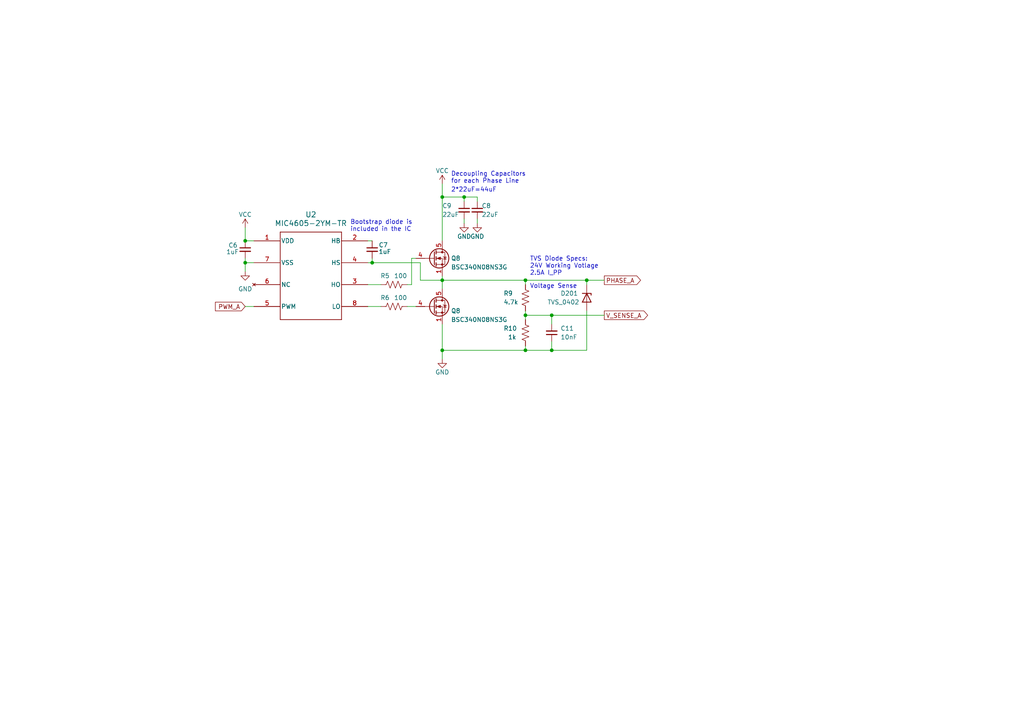
<source format=kicad_sch>
(kicad_sch (version 20230121) (generator eeschema)
  (paper "A4")
  (lib_symbols
    (symbol "Device:C_Small" (pin_numbers hide) (pin_names (offset 0.254) hide)
      (property "Reference" "C" (at 0.254 1.778 0))
      (property "Value" "C_Small" (at 0.254 -2.032 0))
      (symbol "C_Small_0_1"
        (polyline (pts (xy -1.524 -0.508) (xy 1.524 -0.508)) (stroke (width 0.3302)))
        (polyline (pts (xy -1.524 0.508) (xy 1.524 0.508)) (stroke (width 0.3048)))
      )
      (symbol "C_Small_1_1"
        (pin passive line (at 0 2.54 270) (length 2.032) (name "~") (number "1"))
        (pin passive line (at 0 -2.54 90) (length 2.032) (name "~") (number "2"))
      )
    )
    (symbol "Device:D_Zener" (pin_numbers hide) (pin_names (offset 1.016) hide)
      (property "Reference" "D" (at 0 2.54 0))
      (property "Value" "D_Zener" (at 0 -2.54 0))
      (symbol "D_Zener_0_1"
        (polyline (pts (xy 1.27 0) (xy -1.27 0)))
        (polyline (pts (xy -1.27 -1.27) (xy -1.27 1.27) (xy -0.762 1.27)) (stroke (width 0.254)))
        (polyline (pts (xy 1.27 -1.27) (xy 1.27 1.27) (xy -1.27 0) (xy 1.27 -1.27)) (stroke (width 0.254)))
      )
      (symbol "D_Zener_1_1"
        (pin passive line (at -3.81 0 0) (length 2.54) (name "K") (number "1"))
        (pin passive line (at 3.81 0 180) (length 2.54) (name "A") (number "2"))
      )
    )
    (symbol "Device:R_US" (pin_numbers hide) (pin_names (offset 0))
      (property "Reference" "R" (at 2.54 0 90))
      (property "Value" "R_US" (at -2.54 0 90))
      (symbol "R_US_0_1"
        (polyline (pts (xy 0 -2.286) (xy 0 -2.54)))
        (polyline (pts (xy 0 2.286) (xy 0 2.54)))
        (polyline (pts (xy 0 -0.762) (xy 1.016 -1.143) (xy 0 -1.524) (xy -1.016 -1.905) (xy 0 -2.286)))
        (polyline (pts (xy 0 0.762) (xy 1.016 0.381) (xy 0 0) (xy -1.016 -0.381) (xy 0 -0.762)))
        (polyline (pts (xy 0 2.286) (xy 1.016 1.905) (xy 0 1.524) (xy -1.016 1.143) (xy 0 0.762)))
      )
      (symbol "R_US_1_1"
        (pin passive line (at 0 3.81 270) (length 1.27) (name "~") (number "1"))
        (pin passive line (at 0 -3.81 90) (length 1.27) (name "~") (number "2"))
      )
    )
    (symbol "Half-Bridge Gate Driver:MIC4605-2YM-TR" (pin_names (offset 0.254))
      (property "Reference" "U2" (at 0 16.51 0))
      (property "Value" "MIC4605-2YM-TR" (at 0 13.97 0))
      (symbol "MIC4605-2YM-TR_0_1"
        (polyline (pts (xy -8.89 -13.97) (xy 8.89 -13.97)) (stroke (width 0.2032)))
        (polyline (pts (xy -8.89 11.43) (xy -8.89 -13.97)) (stroke (width 0.2032)))
        (polyline (pts (xy 8.89 -13.97) (xy 8.89 11.43)) (stroke (width 0.2032)))
        (polyline (pts (xy 8.89 11.43) (xy -8.89 11.43)) (stroke (width 0.2032)))
        (pin power_in line (at -16.51 8.89 0) (length 7.62) (name "VDD") (number "1"))
        (pin output line (at 16.51 -3.81 180) (length 7.62) (name "HO") (number "3"))
        (pin no_connect line (at -16.51 -3.81 0) (length 7.62) (name "NC") (number "6"))
        (pin power_in line (at -16.51 2.54 0) (length 7.62) (name "VSS") (number "7"))
        (pin output line (at 16.51 -10.16 180) (length 7.62) (name "LO") (number "8"))
      )
      (symbol "MIC4605-2YM-TR_1_1"
        (pin input line (at 16.51 8.89 180) (length 7.62) (name "HB") (number "2"))
        (pin output line (at 16.51 2.54 180) (length 7.62) (name "HS") (number "4"))
        (pin input line (at -16.51 -10.16 0) (length 7.62) (name "PWM") (number "5"))
      )
    )
    (symbol "Transistor_FET:BSC340N08NS3G" (pin_names hide)
      (property "Reference" "Q" (at 5.08 1.905 0))
      (property "Value" "BSC340N08NS3G" (at 5.08 0 0))
      (symbol "BSC340N08NS3G_0_1"
        (polyline (pts (xy 0.254 0) (xy -2.54 0)))
        (polyline (pts (xy 0.254 1.905) (xy 0.254 -1.905)) (stroke (width 0.254)))
        (polyline (pts (xy 0.762 -1.27) (xy 0.762 -2.286)) (stroke (width 0.254)))
        (polyline (pts (xy 0.762 0.508) (xy 0.762 -0.508)) (stroke (width 0.254)))
        (polyline (pts (xy 0.762 2.286) (xy 0.762 1.27)) (stroke (width 0.254)))
        (polyline (pts (xy 2.54 2.54) (xy 2.54 1.778)))
        (polyline (pts (xy 2.54 -2.54) (xy 2.54 0) (xy 0.762 0)))
        (polyline (pts (xy 0.762 -1.778) (xy 3.302 -1.778) (xy 3.302 1.778) (xy 0.762 1.778)))
        (polyline (pts (xy 1.016 0) (xy 2.032 0.381) (xy 2.032 -0.381) (xy 1.016 0)) (fill (type outline)))
        (polyline (pts (xy 2.794 0.508) (xy 2.921 0.381) (xy 3.683 0.381) (xy 3.81 0.254)))
        (polyline (pts (xy 3.302 0.381) (xy 2.921 -0.254) (xy 3.683 -0.254) (xy 3.302 0.381)))
        (circle (center 1.651 0) (radius 2.794) (stroke (width 0.254)))
        (circle (center 2.54 -1.778) (radius 0.254) (fill (type outline)))
        (circle (center 2.54 1.778) (radius 0.254) (fill (type outline)))
      )
      (symbol "BSC340N08NS3G_1_1"
        (pin passive line (at 2.54 -5.08 90) (length 2.54) (name "S") (number "1"))
        (pin passive line (at 2.54 -5.08 90) (length 2.54) hide (name "S") (number "2"))
        (pin passive line (at 2.54 -5.08 90) (length 2.54) hide (name "S") (number "3"))
        (pin passive line (at -5.08 0 0) (length 2.54) (name "G") (number "4"))
        (pin passive line (at 2.54 5.08 270) (length 2.54) (name "D") (number "5"))
      )
    )
    (symbol "power:GND" (power) (pin_names (offset 0))
      (property "Value" "GND" (at 0 -3.81 0))
      (symbol "GND_0_1"
        (polyline (pts (xy 0 0) (xy 0 -1.27) (xy 1.27 -1.27) (xy 0 -2.54) (xy -1.27 -1.27) (xy 0 -1.27)))
      )
      (symbol "GND_1_1"
        (pin power_in line (at 0 0 270) (length 0) hide (name "GND") (number "1"))
      )
    )
    (symbol "power:VCC" (power) (pin_names (offset 0))
      (property "Value" "VCC" (at 0 3.81 0))
      (symbol "VCC_0_1"
        (polyline (pts (xy -0.762 1.27) (xy 0 2.54)))
        (polyline (pts (xy 0 0) (xy 0 2.54)))
        (polyline (pts (xy 0 2.54) (xy 0.762 1.27)))
      )
      (symbol "VCC_1_1"
        (pin power_in line (at 0 0 90) (length 0) hide (name "VCC") (number "1"))
      )
    )
  )
  (junction (at 160.02 91.44))
  (junction (at 128.27 57.15))
  (junction (at 128.27 101.6))
  (junction (at 152.4 81.28))
  (junction (at 134.62 57.15))
  (junction (at 170.18 81.28))
  (junction (at 71.12 69.85))
  (junction (at 152.4 101.6))
  (junction (at 107.95 76.2))
  (junction (at 160.02 101.6))
  (junction (at 71.12 76.2))
  (junction (at 152.4 91.44))
  (junction (at 128.27 81.28))
  (wire (pts (xy 71.12 69.85) (xy 73.66 69.85)))
  (wire (pts (xy 138.43 57.15) (xy 134.62 57.15)))
  (wire (pts (xy 71.12 66.04) (xy 71.12 69.85)))
  (wire (pts (xy 128.27 57.15) (xy 128.27 69.85)))
  (wire (pts (xy 107.95 76.2) (xy 121.92 76.2)))
  (wire (pts (xy 138.43 63.5) (xy 138.43 64.77)))
  (wire (pts (xy 160.02 91.44) (xy 160.02 93.98)))
  (wire (pts (xy 152.4 100.33) (xy 152.4 101.6)))
  (wire (pts (xy 106.68 69.85) (xy 107.95 69.85)))
  (wire (pts (xy 71.12 76.2) (xy 73.66 76.2)))
  (wire (pts (xy 152.4 81.28) (xy 170.18 81.28)))
  (wire (pts (xy 152.4 81.28) (xy 152.4 82.55)))
  (wire (pts (xy 128.27 81.28) (xy 128.27 83.82)))
  (wire (pts (xy 118.11 88.9) (xy 120.65 88.9)))
  (wire (pts (xy 134.62 57.15) (xy 134.62 58.42)))
  (wire (pts (xy 152.4 101.6) (xy 160.02 101.6)))
  (wire (pts (xy 107.95 76.2) (xy 107.95 74.93)))
  (wire (pts (xy 160.02 91.44) (xy 175.26 91.44)))
  (wire (pts (xy 119.38 82.55) (xy 119.38 74.93)))
  (wire (pts (xy 119.38 82.55) (xy 118.11 82.55)))
  (wire (pts (xy 134.62 63.5) (xy 134.62 64.77)))
  (wire (pts (xy 121.92 81.28) (xy 128.27 81.28)))
  (wire (pts (xy 160.02 101.6) (xy 170.18 101.6)))
  (wire (pts (xy 106.68 88.9) (xy 110.49 88.9)))
  (wire (pts (xy 106.68 76.2) (xy 107.95 76.2)))
  (wire (pts (xy 128.27 53.34) (xy 128.27 57.15)))
  (wire (pts (xy 128.27 93.98) (xy 128.27 101.6)))
  (wire (pts (xy 152.4 91.44) (xy 160.02 91.44)))
  (wire (pts (xy 160.02 99.06) (xy 160.02 101.6)))
  (wire (pts (xy 128.27 81.28) (xy 152.4 81.28)))
  (wire (pts (xy 71.12 76.2) (xy 71.12 78.74)))
  (wire (pts (xy 170.18 81.28) (xy 170.18 82.55)))
  (wire (pts (xy 106.68 82.55) (xy 110.49 82.55)))
  (wire (pts (xy 170.18 81.28) (xy 175.26 81.28)))
  (wire (pts (xy 128.27 101.6) (xy 128.27 104.14)))
  (wire (pts (xy 138.43 57.15) (xy 138.43 58.42)))
  (wire (pts (xy 119.38 74.93) (xy 120.65 74.93)))
  (wire (pts (xy 128.27 101.6) (xy 152.4 101.6)))
  (wire (pts (xy 170.18 90.17) (xy 170.18 101.6)))
  (wire (pts (xy 71.12 74.93) (xy 71.12 76.2)))
  (wire (pts (xy 152.4 91.44) (xy 152.4 92.71)))
  (wire (pts (xy 121.92 76.2) (xy 121.92 81.28)))
  (wire (pts (xy 128.27 80.01) (xy 128.27 81.28)))
  (wire (pts (xy 71.12 88.9) (xy 73.66 88.9)))
  (wire (pts (xy 152.4 90.17) (xy 152.4 91.44)))
  (wire (pts (xy 128.27 57.15) (xy 134.62 57.15)))
  (text "Decoupling Capacitors \nfor each Phase Line" (at 130.81 53.34 0) (effects (font (size 1.27 1.27)) (justify left bottom)))
  (text "TVS Diode Specs:\n24V Working Votlage\n2.5A I_PP" (at 153.67 80.01 0) (effects (font (size 1.27 1.27)) (justify left bottom)))
  (text "Bootstrap diode is\nincluded in the IC" (at 101.6 67.31 0) (effects (font (size 1.27 1.27)) (justify left bottom)))
  (text "Voltage Sense" (at 153.67 83.82 0) (effects (font (size 1.27 1.27)) (justify left bottom)))
  (text "2*22uF=44uF" (at 130.81 55.88 0) (effects (font (size 1.27 1.27)) (justify left bottom)))
  (global_label "PHASE_A" (shape output) (at 175.26 81.28 0) (property "Intersheetrefs" "${INTERSHEET_REFS}" (effects hide)))
  (global_label "PWM_A" (shape input) (at 71.12 88.9 180) (property "Intersheetrefs" "${INTERSHEET_REFS}" (effects hide)))
  (global_label "V_SENSE_A" (shape output) (at 175.26 91.44 0) (property "Intersheetrefs" "${INTERSHEET_REFS}" (effects hide)))
  (symbol (lib_id "Device:R_US") (at 152.4 96.52 0) (unit 1)
    (property "Reference" "R10" (at 146.05 95.25 0) (effects (justify left)))
    (property "Value" "1k" (at 147.32 97.79 0) (effects (justify left)))
    (property "Footprint" "Resistor_SMD:R_0603_1608Metric" (effects hide))
    (instances (project "esc" (path "" (reference "R10") (unit 1)) (path "" (reference "R206") (unit 1))))
  )
  (symbol (lib_id "Device:C_Small") (at 138.43 60.96 0) (unit 1)
    (property "Reference" "C8" (at 139.7 59.69 0) (effects (justify left)))
    (property "Value" "22uF" (at 139.7 62.23 0) (effects (justify left)))
    (property "Footprint" "Capacitor_SMD:C_1210_3225Metric" (effects hide))
    (instances (project "esc" (path "" (reference "C8") (unit 1)) (path "" (reference "C204") (unit 1))))
  )
  (symbol (lib_id "power:GND") (at 134.62 64.77 0) (unit 1)
    (property "Reference" "#PWR015" (effects hide))
    (property "Value" "GND" (at 134.62 68.58 0))
    (instances (project "esc" (path "" (reference "#PWR015") (unit 1)) (path "" (reference "#PWR0203") (unit 1))))
  )
  (symbol (lib_id "power:GND") (at 138.43 64.77 0) (unit 1)
    (property "Reference" "#PWR012" (effects hide))
    (property "Value" "GND" (at 138.43 68.58 0))
    (instances (project "esc" (path "" (reference "#PWR012") (unit 1)) (path "" (reference "#PWR0204") (unit 1))))
  )
  (symbol (lib_id "power:GND") (at 71.12 78.74 0) (unit 1)
    (property "Reference" "#PWR09" (effects hide))
    (property "Value" "GND" (at 71.12 83.82 0))
    (instances (project "esc" (path "" (reference "#PWR09") (unit 1)) (path "" (reference "#PWR0202") (unit 1))))
  )
  (symbol (lib_id "power:GND") (at 128.27 104.14 0) (unit 1)
    (property "Reference" "#PWR014" (effects hide))
    (property "Value" "GND" (at 128.27 107.95 0))
    (instances (project "esc" (path "" (reference "#PWR014") (unit 1)) (path "" (reference "#PWR0206") (unit 1))))
  )
  (symbol (lib_id "Device:R_US") (at 152.4 86.36 0) (unit 1)
    (property "Reference" "R9" (at 146.05 85.09 0) (effects (justify left)))
    (property "Value" "4.7k" (at 146.05 87.63 0) (effects (justify left)))
    (property "Footprint" "Resistor_SMD:R_0603_1608Metric" (effects hide))
    (instances (project "esc" (path "" (reference "R9") (unit 1)) (path "" (reference "R205") (unit 1))))
  )
  (symbol (lib_id "Device:R_US") (at 114.3 88.9 90) (unit 1)
    (property "Reference" "R6" (at 113.03 86.36 90) (effects (justify left)))
    (property "Value" "100" (at 118.11 86.36 90) (effects (justify left)))
    (property "Footprint" "Resistor_SMD:R_0603_1608Metric" (effects hide))
    (instances (project "esc" (path "" (reference "R6") (unit 1)) (path "" (reference "R202") (unit 1))))
  )
  (symbol (lib_id "Half-Bridge Gate Driver:MIC4605-2YM-TR") (at 90.17 78.74 0) (unit 1)
    (property "Reference" "U2" (at 90.17 62.23 0) (effects (font (size 1.524 1.524))))
    (property "Value" "MIC4605-2YM-TR" (at 90.17 64.77 0) (effects (font (size 1.524 1.524))))
    (property "Footprint" "SOIC-8_M_MCH" (effects hide))
    (property "Datasheet" "MIC4605-2YM-TR" (effects hide))
    (instances (project "esc" (path "" (reference "U2") (unit 1)) (path "" (reference "U201") (unit 1))))
  )
  (symbol (lib_id "Device:D_Zener") (at 170.18 86.36 270) (unit 1)
    (property "Reference" "D201" (at 162.56 85.09 90) (effects (justify left)))
    (property "Value" "TVS_0402" (at 158.75 87.63 90) (effects (justify left)))
    (property "Footprint" "Diode_SMD:D_01005_0402Metric" (effects hide))
  )
  (symbol (lib_id "Device:R_US") (at 114.3 82.55 90) (unit 1)
    (property "Reference" "R5" (at 113.03 80.01 90) (effects (justify left)))
    (property "Value" "100" (at 118.11 80.01 90) (effects (justify left)))
    (property "Footprint" "Resistor_SMD:R_0603_1608Metric" (effects hide))
    (instances (project "esc" (path "" (reference "R5") (unit 1)) (path "" (reference "R201") (unit 1))))
  )
  (symbol (lib_id "power:VCC") (at 71.12 66.04 0) (unit 1)
    (property "Reference" "#PWR08" (effects hide))
    (property "Value" "VCC" (at 71.12 62.23 0))
    (instances (project "esc" (path "" (reference "#PWR08") (unit 1)) (path "" (reference "#PWR0201") (unit 1))))
  )
  (symbol (lib_id "Device:C_Small") (at 71.12 72.39 0) (unit 1)
    (property "Reference" "C6" (at 66.2284 71.1427 0) (effects (justify left)))
    (property "Value" "1uF" (at 65.5918 73.0525 0) (effects (justify left)))
    (property "Footprint" "Capacitor_SMD:C_0805_2012Metric" (effects hide))
    (instances (project "esc" (path "" (reference "C6") (unit 1)) (path "" (reference "C201") (unit 1))))
  )
  (symbol (lib_id "power:VCC") (at 128.27 53.34 0) (unit 1)
    (property "Reference" "#PWR0115" (effects hide))
    (property "Value" "VCC" (at 128.27 49.53 0))
    (instances (project "esc" (path "" (reference "#PWR0115") (unit 1)) (path "" (reference "#PWR0205") (unit 1))))
  )
  (symbol (lib_id "Device:C_Small") (at 134.62 60.96 0) (unit 1)
    (property "Reference" "C9" (at 128.27 59.69 0) (effects (justify left)))
    (property "Value" "22uF" (at 128.27 62.23 0) (effects (justify left)))
    (property "Footprint" "Capacitor_SMD:C_1210_3225Metric" (effects hide))
    (instances (project "esc" (path "" (reference "C9") (unit 1)) (path "" (reference "C203") (unit 1))))
  )
  (symbol (lib_id "Transistor_FET:BSC340N08NS3G") (at 125.73 88.9 0) (unit 1)
    (property "Reference" "Q8" (at 130.81 90.17 0) (effects (justify left)))
    (property "Value" "BSC340N08NS3G" (at 130.81 92.71 0) (effects (justify left)))
    (property "Footprint" "Package_TO_SOT_SMD:TDSON-8-1" (effects hide))
    (property "Datasheet" "http://www.infineon.com/dgdl/Infineon-BSC340N08NS3G-DS-v02_06-en.pdf?fileId=db3a30431add1d95011ae81c21f2563a" (effects hide))
    (instances (project "esc" (path "" (reference "Q8") (unit 1)) (path "" (reference "Q3") (unit 1)) (path "" (reference "Q202") (unit 1))))
  )
  (symbol (lib_id "Transistor_FET:BSC340N08NS3G") (at 125.73 74.93 0) (unit 1)
    (property "Reference" "Q8" (at 130.81 74.93 0) (effects (justify left)))
    (property "Value" "BSC340N08NS3G" (at 130.81 77.47 0) (effects (justify left)))
    (property "Footprint" "Package_TO_SOT_SMD:TDSON-8-1" (effects hide))
    (property "Datasheet" "http://www.infineon.com/dgdl/Infineon-BSC340N08NS3G-DS-v02_06-en.pdf?fileId=db3a30431add1d95011ae81c21f2563a" (effects hide))
    (instances (project "esc" (path "" (reference "Q8") (unit 1)) (path "" (reference "Q6") (unit 1)) (path "" (reference "Q201") (unit 1))))
  )
  (symbol (lib_id "Device:C_Small") (at 160.02 96.52 180) (unit 1)
    (property "Reference" "C11" (at 162.56 95.25 0) (effects (justify right)))
    (property "Value" "10nF" (at 162.56 97.79 0) (effects (justify right)))
    (property "Footprint" "Capacitor_SMD:C_0603_1608Metric" (effects hide))
    (instances (project "esc" (path "" (reference "C11") (unit 1)) (path "" (reference "C207") (unit 1))))
  )
  (symbol (lib_id "Device:C_Small") (at 107.95 72.39 0) (unit 1)
    (property "Reference" "C7" (at 109.8142 71.0599 0) (effects (justify left)))
    (property "Value" "1uF" (at 109.78 73.0038 0) (effects (justify left)))
    (property "Footprint" "Capacitor_SMD:C_0805_2012Metric" (effects hide))
    (instances (project "esc" (path "" (reference "C7") (unit 1)) (path "" (reference "C202") (unit 1))))
  )
)
</source>
